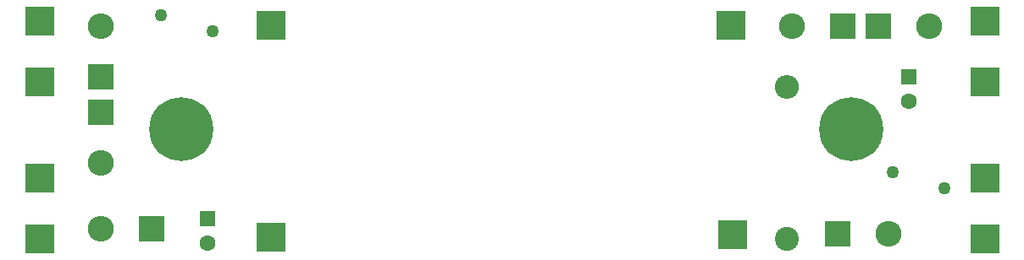
<source format=gbr>
%TF.GenerationSoftware,KiCad,Pcbnew,(5.1.10)-1*%
%TF.CreationDate,2021-05-10T23:52:44-03:00*%
%TF.ProjectId,MGA_02,4d47415f-3032-42e6-9b69-6361645f7063,rev?*%
%TF.SameCoordinates,Original*%
%TF.FileFunction,Soldermask,Bot*%
%TF.FilePolarity,Negative*%
%FSLAX46Y46*%
G04 Gerber Fmt 4.6, Leading zero omitted, Abs format (unit mm)*
G04 Created by KiCad (PCBNEW (5.1.10)-1) date 2021-05-10 23:52:44*
%MOMM*%
%LPD*%
G01*
G04 APERTURE LIST*
%ADD10C,0.800000*%
%ADD11C,6.400000*%
%ADD12C,1.270000*%
%ADD13R,3.000000X3.000000*%
%ADD14O,2.600000X2.600000*%
%ADD15R,2.600000X2.600000*%
%ADD16O,2.400000X2.400000*%
%ADD17C,2.400000*%
%ADD18C,1.600000*%
%ADD19R,1.600000X1.600000*%
G04 APERTURE END LIST*
D10*
%TO.C,2*%
X135697056Y-113302944D03*
X134000000Y-112600000D03*
X132302944Y-113302944D03*
X131600000Y-115000000D03*
X132302944Y-116697056D03*
X134000000Y-117400000D03*
X135697056Y-116697056D03*
X136400000Y-115000000D03*
D11*
X134000000Y-115000000D03*
%TD*%
D10*
%TO.C,1*%
X68697056Y-113302944D03*
X67000000Y-112600000D03*
X65302944Y-113302944D03*
X64600000Y-115000000D03*
X65302944Y-116697056D03*
X67000000Y-117400000D03*
X68697056Y-116697056D03*
X69400000Y-115000000D03*
D11*
X67000000Y-115000000D03*
%TD*%
D12*
%TO.C,F2*%
X143256000Y-120904000D03*
X138156000Y-119304000D03*
%TD*%
%TO.C,F1*%
X70104000Y-105156000D03*
X65004000Y-103556000D03*
%TD*%
D13*
%TO.C,J8*%
X147320000Y-119888000D03*
%TD*%
%TO.C,J7*%
X147320000Y-125984000D03*
%TD*%
%TO.C,J6*%
X147320000Y-110236000D03*
%TD*%
%TO.C,J5*%
X147320000Y-104140000D03*
%TD*%
%TO.C,J4*%
X52832000Y-125984000D03*
%TD*%
%TO.C,J3*%
X52832000Y-119888000D03*
%TD*%
%TO.C,J2*%
X52832000Y-110236000D03*
%TD*%
%TO.C,J1*%
X52832000Y-104140000D03*
%TD*%
D14*
%TO.C,D6*%
X137668000Y-125476000D03*
D15*
X132588000Y-125476000D03*
%TD*%
D14*
%TO.C,D5*%
X141732000Y-104648000D03*
D15*
X136652000Y-104648000D03*
%TD*%
D14*
%TO.C,D4*%
X128016000Y-104648000D03*
D15*
X133096000Y-104648000D03*
%TD*%
D14*
%TO.C,D3*%
X58928000Y-124968000D03*
D15*
X64008000Y-124968000D03*
%TD*%
D14*
%TO.C,D2*%
X58928000Y-118364000D03*
D15*
X58928000Y-113284000D03*
%TD*%
D14*
%TO.C,D1*%
X58928000Y-104648000D03*
D15*
X58928000Y-109728000D03*
%TD*%
D16*
%TO.C,R1*%
X127508000Y-110744000D03*
D17*
X127508000Y-125984000D03*
%TD*%
D18*
%TO.C,C2*%
X139700000Y-112228000D03*
D19*
X139700000Y-109728000D03*
%TD*%
D18*
%TO.C,C1*%
X69596000Y-126452000D03*
D19*
X69596000Y-123952000D03*
%TD*%
D13*
%TO.C,DC1*%
X122100000Y-125600000D03*
X122000000Y-104600000D03*
X76000000Y-125800000D03*
X76000000Y-104600000D03*
%TD*%
M02*

</source>
